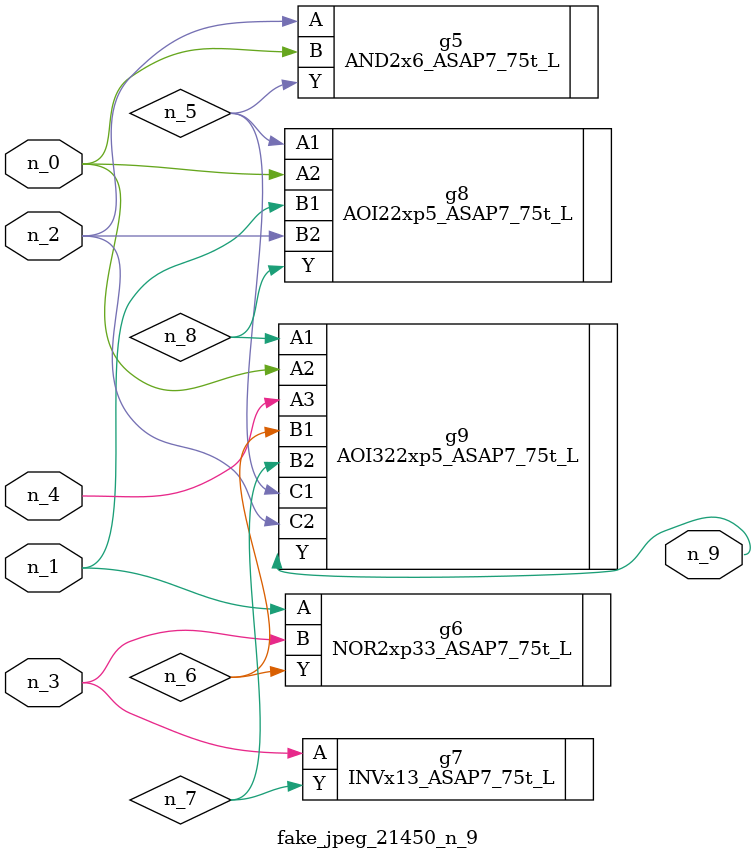
<source format=v>
module fake_jpeg_21450_n_9 (n_3, n_2, n_1, n_0, n_4, n_9);

input n_3;
input n_2;
input n_1;
input n_0;
input n_4;

output n_9;

wire n_8;
wire n_6;
wire n_5;
wire n_7;

AND2x6_ASAP7_75t_L g5 ( 
.A(n_2),
.B(n_0),
.Y(n_5)
);

NOR2xp33_ASAP7_75t_L g6 ( 
.A(n_1),
.B(n_3),
.Y(n_6)
);

INVx13_ASAP7_75t_L g7 ( 
.A(n_3),
.Y(n_7)
);

AOI22xp5_ASAP7_75t_L g8 ( 
.A1(n_5),
.A2(n_0),
.B1(n_1),
.B2(n_2),
.Y(n_8)
);

AOI322xp5_ASAP7_75t_L g9 ( 
.A1(n_8),
.A2(n_0),
.A3(n_4),
.B1(n_6),
.B2(n_7),
.C1(n_5),
.C2(n_2),
.Y(n_9)
);


endmodule
</source>
